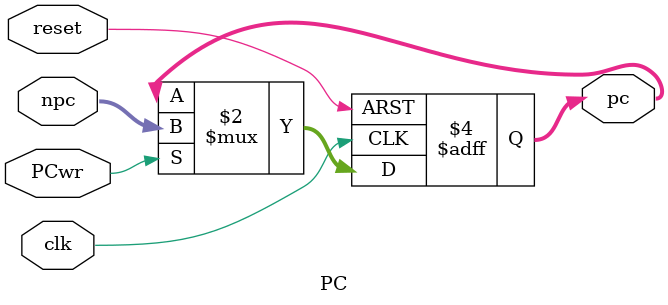
<source format=v>
module PC(clk,reset,npc,pc,PCwr);
    input clk,reset,PCwr;
    input [31:0]npc;
    output [31:0]pc;

    reg [31:0]pc;

    always@(posedge clk or posedge reset) begin
        if(reset)
            pc <= 32'h0000_3000;
        else
            if(PCwr)
                pc <= npc;
    end

endmodule

</source>
